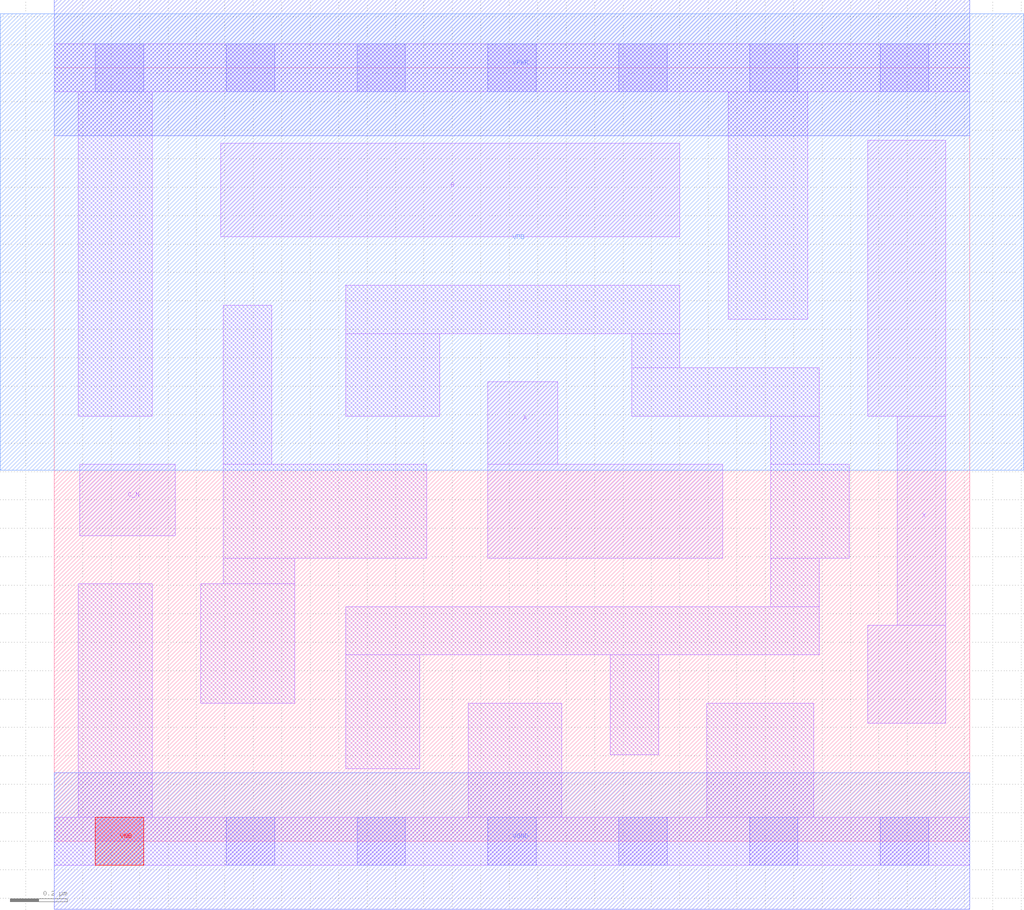
<source format=lef>
# Copyright 2020 The SkyWater PDK Authors
#
# Licensed under the Apache License, Version 2.0 (the "License");
# you may not use this file except in compliance with the License.
# You may obtain a copy of the License at
#
#     https://www.apache.org/licenses/LICENSE-2.0
#
# Unless required by applicable law or agreed to in writing, software
# distributed under the License is distributed on an "AS IS" BASIS,
# WITHOUT WARRANTIES OR CONDITIONS OF ANY KIND, either express or implied.
# See the License for the specific language governing permissions and
# limitations under the License.
#
# SPDX-License-Identifier: Apache-2.0

VERSION 5.7 ;
  NOWIREEXTENSIONATPIN ON ;
  DIVIDERCHAR "/" ;
  BUSBITCHARS "[]" ;
MACRO sky130_fd_sc_hd__or3b_1
  CLASS CORE ;
  FOREIGN sky130_fd_sc_hd__or3b_1 ;
  ORIGIN  0.000000  0.000000 ;
  SIZE  3.220000 BY  2.720000 ;
  SYMMETRY X Y R90 ;
  SITE unithd ;
  PIN A
    ANTENNAGATEAREA  0.126000 ;
    DIRECTION INPUT ;
    USE SIGNAL ;
    PORT
      LAYER li1 ;
        RECT 1.525000 0.995000 2.350000 1.325000 ;
        RECT 1.525000 1.325000 1.770000 1.615000 ;
    END
  END A
  PIN B
    ANTENNAGATEAREA  0.126000 ;
    DIRECTION INPUT ;
    USE SIGNAL ;
    PORT
      LAYER li1 ;
        RECT 0.585000 2.125000 2.200000 2.455000 ;
    END
  END B
  PIN C_N
    ANTENNAGATEAREA  0.126000 ;
    DIRECTION INPUT ;
    USE SIGNAL ;
    PORT
      LAYER li1 ;
        RECT 0.090000 1.075000 0.425000 1.325000 ;
    END
  END C_N
  PIN X
    ANTENNADIFFAREA  0.453750 ;
    DIRECTION OUTPUT ;
    USE SIGNAL ;
    PORT
      LAYER li1 ;
        RECT 2.860000 0.415000 3.135000 0.760000 ;
        RECT 2.860000 1.495000 3.135000 2.465000 ;
        RECT 2.965000 0.760000 3.135000 1.495000 ;
    END
  END X
  PIN VGND
    DIRECTION INOUT ;
    SHAPE ABUTMENT ;
    USE GROUND ;
    PORT
      LAYER met1 ;
        RECT 0.000000 -0.240000 3.220000 0.240000 ;
    END
  END VGND
  PIN VNB
    DIRECTION INOUT ;
    USE GROUND ;
    PORT
      LAYER pwell ;
        RECT 0.145000 -0.085000 0.315000 0.085000 ;
    END
  END VNB
  PIN VPB
    DIRECTION INOUT ;
    USE POWER ;
    PORT
      LAYER nwell ;
        RECT -0.190000 1.305000 3.410000 2.910000 ;
    END
  END VPB
  PIN VPWR
    DIRECTION INOUT ;
    SHAPE ABUTMENT ;
    USE POWER ;
    PORT
      LAYER met1 ;
        RECT 0.000000 2.480000 3.220000 2.960000 ;
    END
  END VPWR
  OBS
    LAYER li1 ;
      RECT 0.000000 -0.085000 3.220000 0.085000 ;
      RECT 0.000000  2.635000 3.220000 2.805000 ;
      RECT 0.085000  0.085000 0.345000 0.905000 ;
      RECT 0.085000  1.495000 0.345000 2.635000 ;
      RECT 0.515000  0.485000 0.845000 0.905000 ;
      RECT 0.595000  0.905000 0.845000 0.995000 ;
      RECT 0.595000  0.995000 1.310000 1.325000 ;
      RECT 0.595000  1.325000 0.765000 1.885000 ;
      RECT 1.025000  0.255000 1.285000 0.655000 ;
      RECT 1.025000  0.655000 2.690000 0.825000 ;
      RECT 1.025000  1.495000 1.355000 1.785000 ;
      RECT 1.025000  1.785000 2.200000 1.955000 ;
      RECT 1.455000  0.085000 1.785000 0.485000 ;
      RECT 1.955000  0.305000 2.125000 0.655000 ;
      RECT 2.030000  1.495000 2.690000 1.665000 ;
      RECT 2.030000  1.665000 2.200000 1.785000 ;
      RECT 2.295000  0.085000 2.670000 0.485000 ;
      RECT 2.370000  1.835000 2.650000 2.635000 ;
      RECT 2.520000  0.825000 2.690000 0.995000 ;
      RECT 2.520000  0.995000 2.795000 1.325000 ;
      RECT 2.520000  1.325000 2.690000 1.495000 ;
    LAYER mcon ;
      RECT 0.145000 -0.085000 0.315000 0.085000 ;
      RECT 0.145000  2.635000 0.315000 2.805000 ;
      RECT 0.605000 -0.085000 0.775000 0.085000 ;
      RECT 0.605000  2.635000 0.775000 2.805000 ;
      RECT 1.065000 -0.085000 1.235000 0.085000 ;
      RECT 1.065000  2.635000 1.235000 2.805000 ;
      RECT 1.525000 -0.085000 1.695000 0.085000 ;
      RECT 1.525000  2.635000 1.695000 2.805000 ;
      RECT 1.985000 -0.085000 2.155000 0.085000 ;
      RECT 1.985000  2.635000 2.155000 2.805000 ;
      RECT 2.445000 -0.085000 2.615000 0.085000 ;
      RECT 2.445000  2.635000 2.615000 2.805000 ;
      RECT 2.905000 -0.085000 3.075000 0.085000 ;
      RECT 2.905000  2.635000 3.075000 2.805000 ;
  END
END sky130_fd_sc_hd__or3b_1
END LIBRARY

</source>
